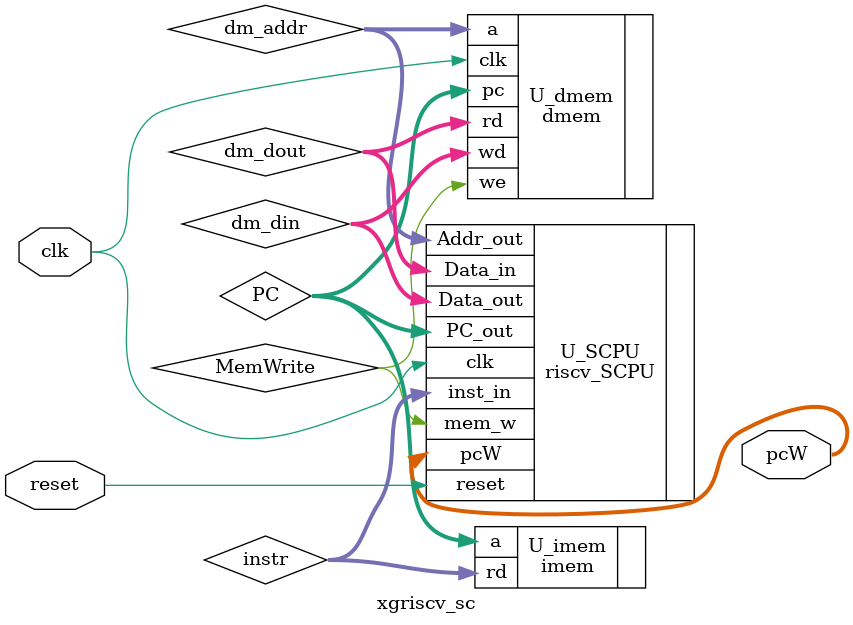
<source format=v>
module xgriscv_sc(clk, reset, pcW);
  input             clk, reset;
  output [31:0]     pcW;
   
  wire [31:0]    instr;
  wire [31:0]    PC;
  wire           MemWrite;
  wire [31:0]    dm_addr, dm_din, dm_dout;

  //wire rstn;
  //assign rstn = ~reset;

  riscv_SCPU U_SCPU(
    .clk(clk),                 // input:  cpu clock
    .reset(reset),                 // input:  reset
    .inst_in(instr),             // input:  instruction
    .Data_in(dm_dout),        // input:  data to cpu  
    .mem_w(MemWrite),       // output: memory write signal
    .PC_out(PC),                   // output: PC
    .Addr_out(dm_addr),          // output: address from cpu to memory
    .Data_out(dm_din),        // output: data from cpu to memory
    .pcW(pcW)
  );

  imem U_imem(
  .rd(instr),
  .a(PC)
  );

  dmem U_dmem(
    .clk(clk), 
    .we(MemWrite), 
    .a(dm_addr), 
    .wd(dm_din), 
    .rd(dm_dout), 
    .pc(PC)
    );
  
endmodule

</source>
